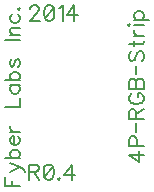
<source format=gto>
G04 DipTrace 2.4.0.2*
%IN4P-RGB-Strip.gto*%
%MOIN*%
%ADD29C,0.0077*%
%FSLAX44Y44*%
G04*
G70*
G90*
G75*
G01*
%LNTopSilk*%
%LPD*%
X4261Y4549D2*
D29*
Y4238D1*
X4764D1*
X4501D2*
Y4429D1*
X4429Y4728D2*
X4764Y4871D1*
X4859Y4824D1*
X4907Y4776D1*
X4931Y4728D1*
Y4704D1*
X4429Y5015D2*
X4764Y4871D1*
X4261Y5169D2*
X4764D1*
X4501D2*
X4452Y5217D1*
X4429Y5265D1*
Y5337D1*
X4452Y5384D1*
X4501Y5432D1*
X4572Y5456D1*
X4620D1*
X4692Y5432D1*
X4739Y5384D1*
X4764Y5337D1*
Y5265D1*
X4739Y5217D1*
X4692Y5169D1*
X4572Y5610D2*
Y5897D1*
X4524D1*
X4476Y5874D1*
X4452Y5850D1*
X4429Y5802D1*
Y5730D1*
X4452Y5682D1*
X4501Y5634D1*
X4572Y5610D1*
X4620D1*
X4692Y5634D1*
X4739Y5682D1*
X4764Y5730D1*
Y5802D1*
X4739Y5850D1*
X4692Y5897D1*
X4429Y6052D2*
X4764D1*
X4572D2*
X4501Y6076D1*
X4452Y6124D1*
X4429Y6172D1*
Y6243D1*
X4261Y6884D2*
X4764D1*
Y7171D1*
X4429Y7612D2*
X4764D1*
X4501D2*
X4452Y7564D1*
X4429Y7516D1*
Y7445D1*
X4452Y7397D1*
X4501Y7349D1*
X4572Y7325D1*
X4620D1*
X4692Y7349D1*
X4739Y7397D1*
X4764Y7445D1*
Y7516D1*
X4739Y7564D1*
X4692Y7612D1*
X4261Y7766D2*
X4764D1*
X4501D2*
X4452Y7814D1*
X4429Y7862D1*
Y7934D1*
X4452Y7981D1*
X4501Y8029D1*
X4572Y8053D1*
X4620D1*
X4692Y8029D1*
X4739Y7981D1*
X4764Y7934D1*
Y7862D1*
X4739Y7814D1*
X4692Y7766D1*
X4501Y8471D2*
X4452Y8447D1*
X4429Y8375D1*
Y8303D1*
X4452Y8231D1*
X4501Y8208D1*
X4548Y8231D1*
X4572Y8279D1*
X4596Y8399D1*
X4620Y8447D1*
X4668Y8471D1*
X4692D1*
X4739Y8447D1*
X4764Y8375D1*
Y8303D1*
X4739Y8231D1*
X4692Y8208D1*
X4261Y9111D2*
X4764D1*
X4429Y9265D2*
X4764D1*
X4524D2*
X4452Y9337D1*
X4429Y9385D1*
Y9457D1*
X4452Y9505D1*
X4524Y9529D1*
X4764D1*
X4501Y9970D2*
X4452Y9922D1*
X4429Y9874D1*
Y9803D1*
X4452Y9755D1*
X4501Y9707D1*
X4572Y9683D1*
X4620D1*
X4692Y9707D1*
X4739Y9755D1*
X4764Y9803D1*
Y9874D1*
X4739Y9922D1*
X4692Y9970D1*
X4716Y10149D2*
X4740Y10125D1*
X4764Y10149D1*
X4740Y10173D1*
X4716Y10149D1*
X8899Y5291D2*
X8397D1*
X8731Y5052D1*
Y5411D1*
X8660Y5565D2*
Y5781D1*
X8636Y5852D1*
X8611Y5876D1*
X8564Y5900D1*
X8492D1*
X8445Y5876D1*
X8420Y5852D1*
X8396Y5781D1*
Y5565D1*
X8899D1*
X8648Y6054D2*
Y6331D1*
X8636Y6485D2*
Y6700D1*
X8611Y6772D1*
X8588Y6796D1*
X8540Y6820D1*
X8492D1*
X8445Y6796D1*
X8420Y6772D1*
X8396Y6700D1*
Y6485D1*
X8899D1*
X8636Y6653D2*
X8899Y6820D1*
X8516Y7333D2*
X8468Y7309D1*
X8420Y7261D1*
X8396Y7214D1*
Y7118D1*
X8420Y7070D1*
X8468Y7023D1*
X8516Y6998D1*
X8588Y6974D1*
X8708D1*
X8779Y6998D1*
X8827Y7023D1*
X8875Y7070D1*
X8899Y7118D1*
Y7214D1*
X8875Y7261D1*
X8827Y7309D1*
X8779Y7333D1*
X8708D1*
Y7214D1*
X8396Y7488D2*
X8899D1*
Y7703D1*
X8875Y7775D1*
X8851Y7799D1*
X8803Y7822D1*
X8731D1*
X8683Y7799D1*
X8660Y7775D1*
X8636Y7703D1*
X8611Y7775D1*
X8588Y7799D1*
X8540Y7822D1*
X8492D1*
X8445Y7799D1*
X8420Y7775D1*
X8396Y7703D1*
Y7488D1*
X8636D2*
Y7703D1*
X8648Y7977D2*
Y8253D1*
X8468Y8743D2*
X8420Y8695D1*
X8396Y8623D1*
Y8528D1*
X8420Y8456D1*
X8468Y8408D1*
X8516D1*
X8564Y8432D1*
X8588Y8456D1*
X8611Y8503D1*
X8660Y8647D1*
X8683Y8695D1*
X8708Y8719D1*
X8755Y8743D1*
X8827D1*
X8875Y8695D1*
X8899Y8623D1*
Y8528D1*
X8875Y8456D1*
X8827Y8408D1*
X8396Y8969D2*
X8803D1*
X8875Y8993D1*
X8899Y9041D1*
Y9088D1*
X8564Y8897D2*
Y9064D1*
Y9243D2*
X8899D1*
X8708D2*
X8636Y9267D1*
X8588Y9314D1*
X8564Y9362D1*
Y9434D1*
X8396Y9589D2*
X8420Y9613D1*
X8396Y9637D1*
X8372Y9613D1*
X8396Y9589D1*
X8564Y9613D2*
X8899D1*
X8564Y9791D2*
X9066D1*
X8636D2*
X8588Y9839D1*
X8564Y9887D1*
Y9959D1*
X8588Y10007D1*
X8636Y10054D1*
X8708Y10079D1*
X8756D1*
X8827Y10054D1*
X8875Y10007D1*
X8899Y9959D1*
Y9887D1*
X8875Y9839D1*
X8827Y9791D1*
X5065Y4724D2*
X5280D1*
X5352Y4748D1*
X5376Y4772D1*
X5400Y4819D1*
Y4867D1*
X5376Y4915D1*
X5352Y4939D1*
X5280Y4963D1*
X5065D1*
Y4460D1*
X5232Y4724D2*
X5400Y4460D1*
X5698Y4962D2*
X5626Y4939D1*
X5578Y4867D1*
X5554Y4747D1*
Y4675D1*
X5578Y4556D1*
X5626Y4484D1*
X5698Y4460D1*
X5746D1*
X5817Y4484D1*
X5865Y4556D1*
X5889Y4675D1*
Y4747D1*
X5865Y4867D1*
X5817Y4939D1*
X5746Y4962D1*
X5698D1*
X5865Y4867D2*
X5578Y4556D1*
X6067Y4509D2*
X6044Y4484D1*
X6067Y4460D1*
X6092Y4484D1*
X6067Y4509D1*
X6485Y4460D2*
Y4962D1*
X6246Y4628D1*
X6605D1*
X5111Y10145D2*
Y10169D1*
X5135Y10217D1*
X5159Y10241D1*
X5207Y10265D1*
X5302D1*
X5350Y10241D1*
X5374Y10217D1*
X5398Y10169D1*
Y10121D1*
X5374Y10073D1*
X5326Y10002D1*
X5087Y9763D1*
X5422D1*
X5720Y10265D2*
X5648Y10241D1*
X5600Y10169D1*
X5576Y10050D1*
Y9978D1*
X5600Y9858D1*
X5648Y9786D1*
X5720Y9763D1*
X5767D1*
X5839Y9786D1*
X5887Y9858D1*
X5911Y9978D1*
Y10050D1*
X5887Y10169D1*
X5839Y10241D1*
X5767Y10265D1*
X5720D1*
X5887Y10169D2*
X5600Y9858D1*
X6066Y10169D2*
X6114Y10193D1*
X6185Y10265D1*
Y9763D1*
X6579D2*
Y10265D1*
X6340Y9930D1*
X6699D1*
M02*

</source>
